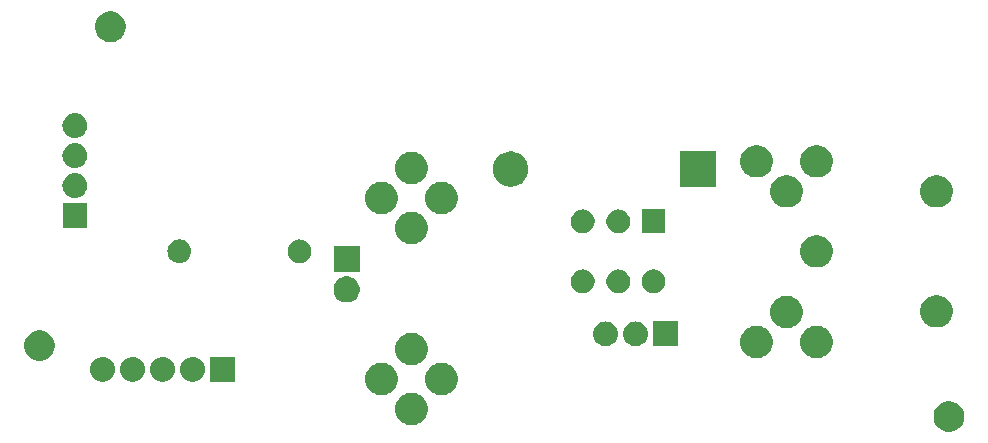
<source format=gbr>
G04 #@! TF.GenerationSoftware,KiCad,Pcbnew,(5.0.2)-1*
G04 #@! TF.CreationDate,2019-11-09T14:17:09+01:00*
G04 #@! TF.ProjectId,MPX_Alimentation,4d50585f-416c-4696-9d65-6e746174696f,v1.0*
G04 #@! TF.SameCoordinates,Original*
G04 #@! TF.FileFunction,Soldermask,Bot*
G04 #@! TF.FilePolarity,Negative*
%FSLAX46Y46*%
G04 Gerber Fmt 4.6, Leading zero omitted, Abs format (unit mm)*
G04 Created by KiCad (PCBNEW (5.0.2)-1) date 09/11/2019 14:17:09*
%MOMM*%
%LPD*%
G01*
G04 APERTURE LIST*
%ADD10C,0.100000*%
G04 APERTURE END LIST*
D10*
G36*
X186379196Y-105749958D02*
X186615780Y-105847954D01*
X186828705Y-105990226D01*
X187009774Y-106171295D01*
X187152046Y-106384220D01*
X187250042Y-106620804D01*
X187300000Y-106871960D01*
X187300000Y-107128040D01*
X187250042Y-107379196D01*
X187152046Y-107615780D01*
X187009774Y-107828705D01*
X186828705Y-108009774D01*
X186615780Y-108152046D01*
X186379196Y-108250042D01*
X186128040Y-108300000D01*
X185871960Y-108300000D01*
X185620804Y-108250042D01*
X185384220Y-108152046D01*
X185171295Y-108009774D01*
X184990226Y-107828705D01*
X184847954Y-107615780D01*
X184749958Y-107379196D01*
X184700000Y-107128040D01*
X184700000Y-106871960D01*
X184749958Y-106620804D01*
X184847954Y-106384220D01*
X184990226Y-106171295D01*
X185171295Y-105990226D01*
X185384220Y-105847954D01*
X185620804Y-105749958D01*
X185871960Y-105700000D01*
X186128040Y-105700000D01*
X186379196Y-105749958D01*
X186379196Y-105749958D01*
G37*
G36*
X140901072Y-105041840D02*
X141151304Y-105145489D01*
X141151307Y-105145491D01*
X141231389Y-105199000D01*
X141376515Y-105295971D01*
X141568029Y-105487485D01*
X141718511Y-105712696D01*
X141822160Y-105962928D01*
X141875000Y-106228573D01*
X141875000Y-106499427D01*
X141822160Y-106765072D01*
X141718511Y-107015304D01*
X141718509Y-107015307D01*
X141643184Y-107128039D01*
X141568029Y-107240515D01*
X141376515Y-107432029D01*
X141151304Y-107582511D01*
X140901072Y-107686160D01*
X140635427Y-107739000D01*
X140364573Y-107739000D01*
X140098928Y-107686160D01*
X139848696Y-107582511D01*
X139623485Y-107432029D01*
X139431971Y-107240515D01*
X139356817Y-107128039D01*
X139281491Y-107015307D01*
X139281489Y-107015304D01*
X139177840Y-106765072D01*
X139125000Y-106499427D01*
X139125000Y-106228573D01*
X139177840Y-105962928D01*
X139281489Y-105712696D01*
X139431971Y-105487485D01*
X139623485Y-105295971D01*
X139768612Y-105199000D01*
X139848693Y-105145491D01*
X139848696Y-105145489D01*
X140098928Y-105041840D01*
X140364573Y-104989000D01*
X140635427Y-104989000D01*
X140901072Y-105041840D01*
X140901072Y-105041840D01*
G37*
G36*
X143441072Y-102501840D02*
X143691304Y-102605489D01*
X143691307Y-102605491D01*
X143771389Y-102659000D01*
X143916515Y-102755971D01*
X144108029Y-102947485D01*
X144258511Y-103172696D01*
X144362160Y-103422928D01*
X144415000Y-103688573D01*
X144415000Y-103959427D01*
X144362160Y-104225072D01*
X144258511Y-104475304D01*
X144108029Y-104700515D01*
X143916515Y-104892029D01*
X143916512Y-104892031D01*
X143916511Y-104892032D01*
X143692308Y-105041840D01*
X143691304Y-105042511D01*
X143441072Y-105146160D01*
X143175427Y-105199000D01*
X142904573Y-105199000D01*
X142638928Y-105146160D01*
X142388696Y-105042511D01*
X142387692Y-105041840D01*
X142163489Y-104892032D01*
X142163488Y-104892031D01*
X142163485Y-104892029D01*
X141971971Y-104700515D01*
X141821489Y-104475304D01*
X141717840Y-104225072D01*
X141665000Y-103959427D01*
X141665000Y-103688573D01*
X141717840Y-103422928D01*
X141821489Y-103172696D01*
X141971971Y-102947485D01*
X142163485Y-102755971D01*
X142308612Y-102659000D01*
X142388693Y-102605491D01*
X142388696Y-102605489D01*
X142638928Y-102501840D01*
X142904573Y-102449000D01*
X143175427Y-102449000D01*
X143441072Y-102501840D01*
X143441072Y-102501840D01*
G37*
G36*
X138361072Y-102501840D02*
X138611304Y-102605489D01*
X138611307Y-102605491D01*
X138691389Y-102659000D01*
X138836515Y-102755971D01*
X139028029Y-102947485D01*
X139178511Y-103172696D01*
X139282160Y-103422928D01*
X139335000Y-103688573D01*
X139335000Y-103959427D01*
X139282160Y-104225072D01*
X139178511Y-104475304D01*
X139028029Y-104700515D01*
X138836515Y-104892029D01*
X138836512Y-104892031D01*
X138836511Y-104892032D01*
X138612308Y-105041840D01*
X138611304Y-105042511D01*
X138361072Y-105146160D01*
X138095427Y-105199000D01*
X137824573Y-105199000D01*
X137558928Y-105146160D01*
X137308696Y-105042511D01*
X137307692Y-105041840D01*
X137083489Y-104892032D01*
X137083488Y-104892031D01*
X137083485Y-104892029D01*
X136891971Y-104700515D01*
X136741489Y-104475304D01*
X136637840Y-104225072D01*
X136585000Y-103959427D01*
X136585000Y-103688573D01*
X136637840Y-103422928D01*
X136741489Y-103172696D01*
X136891971Y-102947485D01*
X137083485Y-102755971D01*
X137228612Y-102659000D01*
X137308693Y-102605491D01*
X137308696Y-102605489D01*
X137558928Y-102501840D01*
X137824573Y-102449000D01*
X138095427Y-102449000D01*
X138361072Y-102501840D01*
X138361072Y-102501840D01*
G37*
G36*
X122088707Y-101957596D02*
X122165836Y-101965193D01*
X122297787Y-102005220D01*
X122363763Y-102025233D01*
X122546172Y-102122733D01*
X122706054Y-102253946D01*
X122837267Y-102413828D01*
X122934767Y-102596237D01*
X122937777Y-102606160D01*
X122994807Y-102794164D01*
X123015080Y-103000000D01*
X122994807Y-103205836D01*
X122954780Y-103337787D01*
X122934767Y-103403763D01*
X122837267Y-103586172D01*
X122706054Y-103746054D01*
X122546172Y-103877267D01*
X122363763Y-103974767D01*
X122297787Y-103994780D01*
X122165836Y-104034807D01*
X122088707Y-104042403D01*
X122011580Y-104050000D01*
X121908420Y-104050000D01*
X121831293Y-104042404D01*
X121754164Y-104034807D01*
X121622213Y-103994780D01*
X121556237Y-103974767D01*
X121373828Y-103877267D01*
X121213946Y-103746054D01*
X121082733Y-103586172D01*
X120985233Y-103403763D01*
X120965220Y-103337787D01*
X120925193Y-103205836D01*
X120904920Y-103000000D01*
X120925193Y-102794164D01*
X120982223Y-102606160D01*
X120985233Y-102596237D01*
X121082733Y-102413828D01*
X121213946Y-102253946D01*
X121373828Y-102122733D01*
X121556237Y-102025233D01*
X121622213Y-102005220D01*
X121754164Y-101965193D01*
X121831293Y-101957596D01*
X121908420Y-101950000D01*
X122011580Y-101950000D01*
X122088707Y-101957596D01*
X122088707Y-101957596D01*
G37*
G36*
X125550000Y-104050000D02*
X123450000Y-104050000D01*
X123450000Y-101950000D01*
X125550000Y-101950000D01*
X125550000Y-104050000D01*
X125550000Y-104050000D01*
G37*
G36*
X119548707Y-101957596D02*
X119625836Y-101965193D01*
X119757787Y-102005220D01*
X119823763Y-102025233D01*
X120006172Y-102122733D01*
X120166054Y-102253946D01*
X120297267Y-102413828D01*
X120394767Y-102596237D01*
X120397777Y-102606160D01*
X120454807Y-102794164D01*
X120475080Y-103000000D01*
X120454807Y-103205836D01*
X120414780Y-103337787D01*
X120394767Y-103403763D01*
X120297267Y-103586172D01*
X120166054Y-103746054D01*
X120006172Y-103877267D01*
X119823763Y-103974767D01*
X119757787Y-103994780D01*
X119625836Y-104034807D01*
X119548707Y-104042403D01*
X119471580Y-104050000D01*
X119368420Y-104050000D01*
X119291293Y-104042404D01*
X119214164Y-104034807D01*
X119082213Y-103994780D01*
X119016237Y-103974767D01*
X118833828Y-103877267D01*
X118673946Y-103746054D01*
X118542733Y-103586172D01*
X118445233Y-103403763D01*
X118425220Y-103337787D01*
X118385193Y-103205836D01*
X118364920Y-103000000D01*
X118385193Y-102794164D01*
X118442223Y-102606160D01*
X118445233Y-102596237D01*
X118542733Y-102413828D01*
X118673946Y-102253946D01*
X118833828Y-102122733D01*
X119016237Y-102025233D01*
X119082213Y-102005220D01*
X119214164Y-101965193D01*
X119291293Y-101957596D01*
X119368420Y-101950000D01*
X119471580Y-101950000D01*
X119548707Y-101957596D01*
X119548707Y-101957596D01*
G37*
G36*
X117008707Y-101957596D02*
X117085836Y-101965193D01*
X117217787Y-102005220D01*
X117283763Y-102025233D01*
X117466172Y-102122733D01*
X117626054Y-102253946D01*
X117757267Y-102413828D01*
X117854767Y-102596237D01*
X117857777Y-102606160D01*
X117914807Y-102794164D01*
X117935080Y-103000000D01*
X117914807Y-103205836D01*
X117874780Y-103337787D01*
X117854767Y-103403763D01*
X117757267Y-103586172D01*
X117626054Y-103746054D01*
X117466172Y-103877267D01*
X117283763Y-103974767D01*
X117217787Y-103994780D01*
X117085836Y-104034807D01*
X117008707Y-104042403D01*
X116931580Y-104050000D01*
X116828420Y-104050000D01*
X116751293Y-104042404D01*
X116674164Y-104034807D01*
X116542213Y-103994780D01*
X116476237Y-103974767D01*
X116293828Y-103877267D01*
X116133946Y-103746054D01*
X116002733Y-103586172D01*
X115905233Y-103403763D01*
X115885220Y-103337787D01*
X115845193Y-103205836D01*
X115824920Y-103000000D01*
X115845193Y-102794164D01*
X115902223Y-102606160D01*
X115905233Y-102596237D01*
X116002733Y-102413828D01*
X116133946Y-102253946D01*
X116293828Y-102122733D01*
X116476237Y-102025233D01*
X116542213Y-102005220D01*
X116674164Y-101965193D01*
X116751293Y-101957596D01*
X116828420Y-101950000D01*
X116931580Y-101950000D01*
X117008707Y-101957596D01*
X117008707Y-101957596D01*
G37*
G36*
X114468707Y-101957596D02*
X114545836Y-101965193D01*
X114677787Y-102005220D01*
X114743763Y-102025233D01*
X114926172Y-102122733D01*
X115086054Y-102253946D01*
X115217267Y-102413828D01*
X115314767Y-102596237D01*
X115317777Y-102606160D01*
X115374807Y-102794164D01*
X115395080Y-103000000D01*
X115374807Y-103205836D01*
X115334780Y-103337787D01*
X115314767Y-103403763D01*
X115217267Y-103586172D01*
X115086054Y-103746054D01*
X114926172Y-103877267D01*
X114743763Y-103974767D01*
X114677787Y-103994780D01*
X114545836Y-104034807D01*
X114468707Y-104042403D01*
X114391580Y-104050000D01*
X114288420Y-104050000D01*
X114211293Y-104042404D01*
X114134164Y-104034807D01*
X114002213Y-103994780D01*
X113936237Y-103974767D01*
X113753828Y-103877267D01*
X113593946Y-103746054D01*
X113462733Y-103586172D01*
X113365233Y-103403763D01*
X113345220Y-103337787D01*
X113305193Y-103205836D01*
X113284920Y-103000000D01*
X113305193Y-102794164D01*
X113362223Y-102606160D01*
X113365233Y-102596237D01*
X113462733Y-102413828D01*
X113593946Y-102253946D01*
X113753828Y-102122733D01*
X113936237Y-102025233D01*
X114002213Y-102005220D01*
X114134164Y-101965193D01*
X114211293Y-101957596D01*
X114288420Y-101950000D01*
X114391580Y-101950000D01*
X114468707Y-101957596D01*
X114468707Y-101957596D01*
G37*
G36*
X140901072Y-99961840D02*
X141151304Y-100065489D01*
X141151307Y-100065491D01*
X141309658Y-100171298D01*
X141376515Y-100215971D01*
X141568029Y-100407485D01*
X141568031Y-100407488D01*
X141568032Y-100407489D01*
X141710565Y-100620804D01*
X141718511Y-100632696D01*
X141822160Y-100882928D01*
X141875000Y-101148573D01*
X141875000Y-101419427D01*
X141822160Y-101685072D01*
X141718511Y-101935304D01*
X141718509Y-101935307D01*
X141593275Y-102122733D01*
X141568029Y-102160515D01*
X141376515Y-102352029D01*
X141376512Y-102352031D01*
X141376511Y-102352032D01*
X141152308Y-102501840D01*
X141151304Y-102502511D01*
X140901072Y-102606160D01*
X140635427Y-102659000D01*
X140364573Y-102659000D01*
X140098928Y-102606160D01*
X139848696Y-102502511D01*
X139847692Y-102501840D01*
X139623489Y-102352032D01*
X139623488Y-102352031D01*
X139623485Y-102352029D01*
X139431971Y-102160515D01*
X139406726Y-102122733D01*
X139281491Y-101935307D01*
X139281489Y-101935304D01*
X139177840Y-101685072D01*
X139125000Y-101419427D01*
X139125000Y-101148573D01*
X139177840Y-100882928D01*
X139281489Y-100632696D01*
X139289435Y-100620804D01*
X139431968Y-100407489D01*
X139431969Y-100407488D01*
X139431971Y-100407485D01*
X139623485Y-100215971D01*
X139690343Y-100171298D01*
X139848693Y-100065491D01*
X139848696Y-100065489D01*
X140098928Y-99961840D01*
X140364573Y-99909000D01*
X140635427Y-99909000D01*
X140901072Y-99961840D01*
X140901072Y-99961840D01*
G37*
G36*
X109379196Y-99749958D02*
X109615780Y-99847954D01*
X109828705Y-99990226D01*
X110009774Y-100171295D01*
X110152046Y-100384220D01*
X110250042Y-100620804D01*
X110300000Y-100871960D01*
X110300000Y-101128040D01*
X110250042Y-101379196D01*
X110152046Y-101615780D01*
X110009774Y-101828705D01*
X109828705Y-102009774D01*
X109615780Y-102152046D01*
X109379196Y-102250042D01*
X109128040Y-102300000D01*
X108871960Y-102300000D01*
X108620804Y-102250042D01*
X108384220Y-102152046D01*
X108171295Y-102009774D01*
X107990226Y-101828705D01*
X107847954Y-101615780D01*
X107749958Y-101379196D01*
X107700000Y-101128040D01*
X107700000Y-100871960D01*
X107749958Y-100620804D01*
X107847954Y-100384220D01*
X107990226Y-100171295D01*
X108171295Y-99990226D01*
X108384220Y-99847954D01*
X108620804Y-99749958D01*
X108871960Y-99700000D01*
X109128040Y-99700000D01*
X109379196Y-99749958D01*
X109379196Y-99749958D01*
G37*
G36*
X170121072Y-99377840D02*
X170371304Y-99481489D01*
X170371307Y-99481491D01*
X170451389Y-99535000D01*
X170596515Y-99631971D01*
X170788029Y-99823485D01*
X170788031Y-99823488D01*
X170788032Y-99823489D01*
X170845169Y-99909000D01*
X170938511Y-100048696D01*
X171042160Y-100298928D01*
X171095000Y-100564573D01*
X171095000Y-100835427D01*
X171042160Y-101101072D01*
X170938511Y-101351304D01*
X170938509Y-101351307D01*
X170892993Y-101419427D01*
X170788029Y-101576515D01*
X170596515Y-101768029D01*
X170596512Y-101768031D01*
X170596511Y-101768032D01*
X170371307Y-101918509D01*
X170371304Y-101918511D01*
X170121072Y-102022160D01*
X169855427Y-102075000D01*
X169584573Y-102075000D01*
X169318928Y-102022160D01*
X169068696Y-101918511D01*
X169068693Y-101918509D01*
X168843489Y-101768032D01*
X168843488Y-101768031D01*
X168843485Y-101768029D01*
X168651971Y-101576515D01*
X168547008Y-101419427D01*
X168501491Y-101351307D01*
X168501489Y-101351304D01*
X168397840Y-101101072D01*
X168345000Y-100835427D01*
X168345000Y-100564573D01*
X168397840Y-100298928D01*
X168501489Y-100048696D01*
X168594831Y-99909000D01*
X168651968Y-99823489D01*
X168651969Y-99823488D01*
X168651971Y-99823485D01*
X168843485Y-99631971D01*
X168988612Y-99535000D01*
X169068693Y-99481491D01*
X169068696Y-99481489D01*
X169318928Y-99377840D01*
X169584573Y-99325000D01*
X169855427Y-99325000D01*
X170121072Y-99377840D01*
X170121072Y-99377840D01*
G37*
G36*
X175201072Y-99377840D02*
X175451304Y-99481489D01*
X175451307Y-99481491D01*
X175531389Y-99535000D01*
X175676515Y-99631971D01*
X175868029Y-99823485D01*
X175868031Y-99823488D01*
X175868032Y-99823489D01*
X175925169Y-99909000D01*
X176018511Y-100048696D01*
X176122160Y-100298928D01*
X176175000Y-100564573D01*
X176175000Y-100835427D01*
X176122160Y-101101072D01*
X176018511Y-101351304D01*
X176018509Y-101351307D01*
X175972993Y-101419427D01*
X175868029Y-101576515D01*
X175676515Y-101768029D01*
X175676512Y-101768031D01*
X175676511Y-101768032D01*
X175451307Y-101918509D01*
X175451304Y-101918511D01*
X175201072Y-102022160D01*
X174935427Y-102075000D01*
X174664573Y-102075000D01*
X174398928Y-102022160D01*
X174148696Y-101918511D01*
X174148693Y-101918509D01*
X173923489Y-101768032D01*
X173923488Y-101768031D01*
X173923485Y-101768029D01*
X173731971Y-101576515D01*
X173627008Y-101419427D01*
X173581491Y-101351307D01*
X173581489Y-101351304D01*
X173477840Y-101101072D01*
X173425000Y-100835427D01*
X173425000Y-100564573D01*
X173477840Y-100298928D01*
X173581489Y-100048696D01*
X173674831Y-99909000D01*
X173731968Y-99823489D01*
X173731969Y-99823488D01*
X173731971Y-99823485D01*
X173923485Y-99631971D01*
X174068612Y-99535000D01*
X174148693Y-99481491D01*
X174148696Y-99481489D01*
X174398928Y-99377840D01*
X174664573Y-99325000D01*
X174935427Y-99325000D01*
X175201072Y-99377840D01*
X175201072Y-99377840D01*
G37*
G36*
X163050000Y-101050000D02*
X160950000Y-101050000D01*
X160950000Y-98950000D01*
X163050000Y-98950000D01*
X163050000Y-101050000D01*
X163050000Y-101050000D01*
G37*
G36*
X159588707Y-98957597D02*
X159665836Y-98965193D01*
X159797787Y-99005220D01*
X159863763Y-99025233D01*
X160046172Y-99122733D01*
X160206054Y-99253946D01*
X160337267Y-99413828D01*
X160434767Y-99596237D01*
X160454780Y-99662213D01*
X160494807Y-99794164D01*
X160515080Y-100000000D01*
X160494807Y-100205836D01*
X160466568Y-100298927D01*
X160434767Y-100403763D01*
X160337267Y-100586172D01*
X160206054Y-100746054D01*
X160046172Y-100877267D01*
X159863763Y-100974767D01*
X159797787Y-100994780D01*
X159665836Y-101034807D01*
X159588707Y-101042403D01*
X159511580Y-101050000D01*
X159408420Y-101050000D01*
X159331293Y-101042403D01*
X159254164Y-101034807D01*
X159122213Y-100994780D01*
X159056237Y-100974767D01*
X158873828Y-100877267D01*
X158713946Y-100746054D01*
X158582733Y-100586172D01*
X158485233Y-100403763D01*
X158453432Y-100298927D01*
X158425193Y-100205836D01*
X158404920Y-100000000D01*
X158425193Y-99794164D01*
X158465220Y-99662213D01*
X158485233Y-99596237D01*
X158582733Y-99413828D01*
X158713946Y-99253946D01*
X158873828Y-99122733D01*
X159056237Y-99025233D01*
X159122213Y-99005220D01*
X159254164Y-98965193D01*
X159331293Y-98957596D01*
X159408420Y-98950000D01*
X159511580Y-98950000D01*
X159588707Y-98957597D01*
X159588707Y-98957597D01*
G37*
G36*
X157048707Y-98957597D02*
X157125836Y-98965193D01*
X157257787Y-99005220D01*
X157323763Y-99025233D01*
X157506172Y-99122733D01*
X157666054Y-99253946D01*
X157797267Y-99413828D01*
X157894767Y-99596237D01*
X157914780Y-99662213D01*
X157954807Y-99794164D01*
X157975080Y-100000000D01*
X157954807Y-100205836D01*
X157926568Y-100298927D01*
X157894767Y-100403763D01*
X157797267Y-100586172D01*
X157666054Y-100746054D01*
X157506172Y-100877267D01*
X157323763Y-100974767D01*
X157257787Y-100994780D01*
X157125836Y-101034807D01*
X157048707Y-101042403D01*
X156971580Y-101050000D01*
X156868420Y-101050000D01*
X156791293Y-101042403D01*
X156714164Y-101034807D01*
X156582213Y-100994780D01*
X156516237Y-100974767D01*
X156333828Y-100877267D01*
X156173946Y-100746054D01*
X156042733Y-100586172D01*
X155945233Y-100403763D01*
X155913432Y-100298927D01*
X155885193Y-100205836D01*
X155864920Y-100000000D01*
X155885193Y-99794164D01*
X155925220Y-99662213D01*
X155945233Y-99596237D01*
X156042733Y-99413828D01*
X156173946Y-99253946D01*
X156333828Y-99122733D01*
X156516237Y-99025233D01*
X156582213Y-99005220D01*
X156714164Y-98965193D01*
X156791293Y-98957596D01*
X156868420Y-98950000D01*
X156971580Y-98950000D01*
X157048707Y-98957597D01*
X157048707Y-98957597D01*
G37*
G36*
X172661072Y-96837840D02*
X172911304Y-96941489D01*
X173136515Y-97091971D01*
X173328029Y-97283485D01*
X173328031Y-97283488D01*
X173328032Y-97283489D01*
X173478509Y-97508693D01*
X173478511Y-97508696D01*
X173582160Y-97758928D01*
X173635000Y-98024573D01*
X173635000Y-98295427D01*
X173582160Y-98561072D01*
X173478511Y-98811304D01*
X173478509Y-98811307D01*
X173335568Y-99025233D01*
X173328029Y-99036515D01*
X173136515Y-99228029D01*
X173136512Y-99228031D01*
X173136511Y-99228032D01*
X172912308Y-99377840D01*
X172911304Y-99378511D01*
X172661072Y-99482160D01*
X172395427Y-99535000D01*
X172124573Y-99535000D01*
X171858928Y-99482160D01*
X171608696Y-99378511D01*
X171607692Y-99377840D01*
X171383489Y-99228032D01*
X171383488Y-99228031D01*
X171383485Y-99228029D01*
X171191971Y-99036515D01*
X171184433Y-99025233D01*
X171041491Y-98811307D01*
X171041489Y-98811304D01*
X170937840Y-98561072D01*
X170885000Y-98295427D01*
X170885000Y-98024573D01*
X170937840Y-97758928D01*
X171041489Y-97508696D01*
X171041491Y-97508693D01*
X171191968Y-97283489D01*
X171191969Y-97283488D01*
X171191971Y-97283485D01*
X171383485Y-97091971D01*
X171608696Y-96941489D01*
X171858928Y-96837840D01*
X172124573Y-96785000D01*
X172395427Y-96785000D01*
X172661072Y-96837840D01*
X172661072Y-96837840D01*
G37*
G36*
X185361072Y-96757840D02*
X185611304Y-96861489D01*
X185836515Y-97011971D01*
X186028029Y-97203485D01*
X186028031Y-97203488D01*
X186028032Y-97203489D01*
X186081484Y-97283485D01*
X186178511Y-97428696D01*
X186282160Y-97678928D01*
X186335000Y-97944573D01*
X186335000Y-98215427D01*
X186282160Y-98481072D01*
X186178511Y-98731304D01*
X186178509Y-98731307D01*
X186032383Y-98950000D01*
X186028029Y-98956515D01*
X185836515Y-99148029D01*
X185611304Y-99298511D01*
X185361072Y-99402160D01*
X185095427Y-99455000D01*
X184824573Y-99455000D01*
X184558928Y-99402160D01*
X184308696Y-99298511D01*
X184083485Y-99148029D01*
X183891971Y-98956515D01*
X183887618Y-98950000D01*
X183741491Y-98731307D01*
X183741489Y-98731304D01*
X183637840Y-98481072D01*
X183585000Y-98215427D01*
X183585000Y-97944573D01*
X183637840Y-97678928D01*
X183741489Y-97428696D01*
X183838516Y-97283485D01*
X183891968Y-97203489D01*
X183891969Y-97203488D01*
X183891971Y-97203485D01*
X184083485Y-97011971D01*
X184308696Y-96861489D01*
X184558928Y-96757840D01*
X184824573Y-96705000D01*
X185095427Y-96705000D01*
X185361072Y-96757840D01*
X185361072Y-96757840D01*
G37*
G36*
X135320857Y-95182272D02*
X135521042Y-95265191D01*
X135701213Y-95385578D01*
X135854422Y-95538787D01*
X135854424Y-95538790D01*
X135854425Y-95538791D01*
X135921044Y-95638493D01*
X135974809Y-95718958D01*
X136057728Y-95919143D01*
X136100000Y-96131658D01*
X136100000Y-96348342D01*
X136057728Y-96560857D01*
X135974809Y-96761042D01*
X135854422Y-96941213D01*
X135701213Y-97094422D01*
X135701210Y-97094424D01*
X135701209Y-97094425D01*
X135521045Y-97214807D01*
X135521042Y-97214809D01*
X135320857Y-97297728D01*
X135108342Y-97340000D01*
X134891658Y-97340000D01*
X134679143Y-97297728D01*
X134478958Y-97214809D01*
X134478955Y-97214807D01*
X134298791Y-97094425D01*
X134298790Y-97094424D01*
X134298787Y-97094422D01*
X134145578Y-96941213D01*
X134025191Y-96761042D01*
X133942272Y-96560857D01*
X133900000Y-96348342D01*
X133900000Y-96131658D01*
X133942272Y-95919143D01*
X134025191Y-95718958D01*
X134078956Y-95638493D01*
X134145575Y-95538791D01*
X134145576Y-95538790D01*
X134145578Y-95538787D01*
X134298787Y-95385578D01*
X134478958Y-95265191D01*
X134679143Y-95182272D01*
X134891658Y-95140000D01*
X135108342Y-95140000D01*
X135320857Y-95182272D01*
X135320857Y-95182272D01*
G37*
G36*
X161175770Y-94555372D02*
X161291689Y-94578429D01*
X161473678Y-94653811D01*
X161637463Y-94763249D01*
X161776751Y-94902537D01*
X161886189Y-95066322D01*
X161961571Y-95248311D01*
X162000000Y-95441509D01*
X162000000Y-95638491D01*
X161961571Y-95831689D01*
X161886189Y-96013678D01*
X161776751Y-96177463D01*
X161637463Y-96316751D01*
X161473678Y-96426189D01*
X161291689Y-96501571D01*
X161175770Y-96524628D01*
X161098493Y-96540000D01*
X160901507Y-96540000D01*
X160824230Y-96524628D01*
X160708311Y-96501571D01*
X160526322Y-96426189D01*
X160362537Y-96316751D01*
X160223249Y-96177463D01*
X160113811Y-96013678D01*
X160038429Y-95831689D01*
X160000000Y-95638491D01*
X160000000Y-95441509D01*
X160038429Y-95248311D01*
X160113811Y-95066322D01*
X160223249Y-94902537D01*
X160362537Y-94763249D01*
X160526322Y-94653811D01*
X160708311Y-94578429D01*
X160824230Y-94555372D01*
X160901507Y-94540000D01*
X161098493Y-94540000D01*
X161175770Y-94555372D01*
X161175770Y-94555372D01*
G37*
G36*
X158175770Y-94555372D02*
X158291689Y-94578429D01*
X158473678Y-94653811D01*
X158637463Y-94763249D01*
X158776751Y-94902537D01*
X158886189Y-95066322D01*
X158961571Y-95248311D01*
X159000000Y-95441509D01*
X159000000Y-95638491D01*
X158961571Y-95831689D01*
X158886189Y-96013678D01*
X158776751Y-96177463D01*
X158637463Y-96316751D01*
X158473678Y-96426189D01*
X158291689Y-96501571D01*
X158175770Y-96524628D01*
X158098493Y-96540000D01*
X157901507Y-96540000D01*
X157824230Y-96524628D01*
X157708311Y-96501571D01*
X157526322Y-96426189D01*
X157362537Y-96316751D01*
X157223249Y-96177463D01*
X157113811Y-96013678D01*
X157038429Y-95831689D01*
X157000000Y-95638491D01*
X157000000Y-95441509D01*
X157038429Y-95248311D01*
X157113811Y-95066322D01*
X157223249Y-94902537D01*
X157362537Y-94763249D01*
X157526322Y-94653811D01*
X157708311Y-94578429D01*
X157824230Y-94555372D01*
X157901507Y-94540000D01*
X158098493Y-94540000D01*
X158175770Y-94555372D01*
X158175770Y-94555372D01*
G37*
G36*
X155175770Y-94555372D02*
X155291689Y-94578429D01*
X155473678Y-94653811D01*
X155637463Y-94763249D01*
X155776751Y-94902537D01*
X155886189Y-95066322D01*
X155961571Y-95248311D01*
X156000000Y-95441509D01*
X156000000Y-95638491D01*
X155961571Y-95831689D01*
X155886189Y-96013678D01*
X155776751Y-96177463D01*
X155637463Y-96316751D01*
X155473678Y-96426189D01*
X155291689Y-96501571D01*
X155175770Y-96524628D01*
X155098493Y-96540000D01*
X154901507Y-96540000D01*
X154824230Y-96524628D01*
X154708311Y-96501571D01*
X154526322Y-96426189D01*
X154362537Y-96316751D01*
X154223249Y-96177463D01*
X154113811Y-96013678D01*
X154038429Y-95831689D01*
X154000000Y-95638491D01*
X154000000Y-95441509D01*
X154038429Y-95248311D01*
X154113811Y-95066322D01*
X154223249Y-94902537D01*
X154362537Y-94763249D01*
X154526322Y-94653811D01*
X154708311Y-94578429D01*
X154824230Y-94555372D01*
X154901507Y-94540000D01*
X155098493Y-94540000D01*
X155175770Y-94555372D01*
X155175770Y-94555372D01*
G37*
G36*
X136100000Y-94800000D02*
X133900000Y-94800000D01*
X133900000Y-92600000D01*
X136100000Y-92600000D01*
X136100000Y-94800000D01*
X136100000Y-94800000D01*
G37*
G36*
X175201072Y-91677840D02*
X175451304Y-91781489D01*
X175676515Y-91931971D01*
X175868029Y-92123485D01*
X175868031Y-92123488D01*
X175868032Y-92123489D01*
X175960924Y-92262511D01*
X176018511Y-92348696D01*
X176122160Y-92598928D01*
X176175000Y-92864573D01*
X176175000Y-93135427D01*
X176122160Y-93401072D01*
X176018511Y-93651304D01*
X175868029Y-93876515D01*
X175676515Y-94068029D01*
X175451304Y-94218511D01*
X175201072Y-94322160D01*
X174935427Y-94375000D01*
X174664573Y-94375000D01*
X174398928Y-94322160D01*
X174148696Y-94218511D01*
X173923485Y-94068029D01*
X173731971Y-93876515D01*
X173581489Y-93651304D01*
X173477840Y-93401072D01*
X173425000Y-93135427D01*
X173425000Y-92864573D01*
X173477840Y-92598928D01*
X173581489Y-92348696D01*
X173639076Y-92262511D01*
X173731968Y-92123489D01*
X173731969Y-92123488D01*
X173731971Y-92123485D01*
X173923485Y-91931971D01*
X174148696Y-91781489D01*
X174398928Y-91677840D01*
X174664573Y-91625000D01*
X174935427Y-91625000D01*
X175201072Y-91677840D01*
X175201072Y-91677840D01*
G37*
G36*
X131175770Y-92015372D02*
X131291689Y-92038429D01*
X131473678Y-92113811D01*
X131637463Y-92223249D01*
X131776751Y-92362537D01*
X131886189Y-92526322D01*
X131961571Y-92708311D01*
X132000000Y-92901509D01*
X132000000Y-93098491D01*
X131961571Y-93291689D01*
X131886189Y-93473678D01*
X131776751Y-93637463D01*
X131637463Y-93776751D01*
X131473678Y-93886189D01*
X131291689Y-93961571D01*
X131175770Y-93984628D01*
X131098493Y-94000000D01*
X130901507Y-94000000D01*
X130824230Y-93984628D01*
X130708311Y-93961571D01*
X130526322Y-93886189D01*
X130362537Y-93776751D01*
X130223249Y-93637463D01*
X130113811Y-93473678D01*
X130038429Y-93291689D01*
X130000000Y-93098491D01*
X130000000Y-92901509D01*
X130038429Y-92708311D01*
X130113811Y-92526322D01*
X130223249Y-92362537D01*
X130362537Y-92223249D01*
X130526322Y-92113811D01*
X130708311Y-92038429D01*
X130824230Y-92015372D01*
X130901507Y-92000000D01*
X131098493Y-92000000D01*
X131175770Y-92015372D01*
X131175770Y-92015372D01*
G37*
G36*
X121036030Y-92014469D02*
X121036033Y-92014470D01*
X121036034Y-92014470D01*
X121224535Y-92071651D01*
X121224537Y-92071652D01*
X121398260Y-92164509D01*
X121550528Y-92289472D01*
X121675491Y-92441740D01*
X121768348Y-92615463D01*
X121825531Y-92803970D01*
X121844838Y-93000000D01*
X121825531Y-93196030D01*
X121768348Y-93384537D01*
X121675491Y-93558260D01*
X121550528Y-93710528D01*
X121398260Y-93835491D01*
X121303411Y-93886189D01*
X121224535Y-93928349D01*
X121036034Y-93985530D01*
X121036033Y-93985530D01*
X121036030Y-93985531D01*
X120889124Y-94000000D01*
X120790876Y-94000000D01*
X120643970Y-93985531D01*
X120643967Y-93985530D01*
X120643966Y-93985530D01*
X120455465Y-93928349D01*
X120376589Y-93886189D01*
X120281740Y-93835491D01*
X120129472Y-93710528D01*
X120004509Y-93558260D01*
X119911652Y-93384537D01*
X119854469Y-93196030D01*
X119835162Y-93000000D01*
X119854469Y-92803970D01*
X119911652Y-92615463D01*
X120004509Y-92441740D01*
X120129472Y-92289472D01*
X120281740Y-92164509D01*
X120455463Y-92071652D01*
X120455465Y-92071651D01*
X120643966Y-92014470D01*
X120643967Y-92014470D01*
X120643970Y-92014469D01*
X120790876Y-92000000D01*
X120889124Y-92000000D01*
X121036030Y-92014469D01*
X121036030Y-92014469D01*
G37*
G36*
X140901072Y-89721840D02*
X141151304Y-89825489D01*
X141151307Y-89825491D01*
X141231389Y-89879000D01*
X141376515Y-89975971D01*
X141568029Y-90167485D01*
X141718511Y-90392696D01*
X141822160Y-90642928D01*
X141875000Y-90908573D01*
X141875000Y-91179427D01*
X141822160Y-91445072D01*
X141718511Y-91695304D01*
X141718509Y-91695307D01*
X141660923Y-91781491D01*
X141568029Y-91920515D01*
X141376515Y-92112029D01*
X141376512Y-92112031D01*
X141376511Y-92112032D01*
X141151307Y-92262509D01*
X141151304Y-92262511D01*
X140901072Y-92366160D01*
X140635427Y-92419000D01*
X140364573Y-92419000D01*
X140098928Y-92366160D01*
X139848696Y-92262511D01*
X139848693Y-92262509D01*
X139623489Y-92112032D01*
X139623488Y-92112031D01*
X139623485Y-92112029D01*
X139431971Y-91920515D01*
X139339078Y-91781491D01*
X139281491Y-91695307D01*
X139281489Y-91695304D01*
X139177840Y-91445072D01*
X139125000Y-91179427D01*
X139125000Y-90908573D01*
X139177840Y-90642928D01*
X139281489Y-90392696D01*
X139431971Y-90167485D01*
X139623485Y-89975971D01*
X139768612Y-89879000D01*
X139848693Y-89825491D01*
X139848696Y-89825489D01*
X140098928Y-89721840D01*
X140364573Y-89669000D01*
X140635427Y-89669000D01*
X140901072Y-89721840D01*
X140901072Y-89721840D01*
G37*
G36*
X158175770Y-89475372D02*
X158291689Y-89498429D01*
X158473678Y-89573811D01*
X158637463Y-89683249D01*
X158776751Y-89822537D01*
X158886189Y-89986322D01*
X158961571Y-90168311D01*
X159000000Y-90361509D01*
X159000000Y-90558491D01*
X158961571Y-90751689D01*
X158886189Y-90933678D01*
X158776751Y-91097463D01*
X158637463Y-91236751D01*
X158473678Y-91346189D01*
X158291689Y-91421571D01*
X158175770Y-91444628D01*
X158098493Y-91460000D01*
X157901507Y-91460000D01*
X157824230Y-91444628D01*
X157708311Y-91421571D01*
X157526322Y-91346189D01*
X157362537Y-91236751D01*
X157223249Y-91097463D01*
X157113811Y-90933678D01*
X157038429Y-90751689D01*
X157000000Y-90558491D01*
X157000000Y-90361509D01*
X157038429Y-90168311D01*
X157113811Y-89986322D01*
X157223249Y-89822537D01*
X157362537Y-89683249D01*
X157526322Y-89573811D01*
X157708311Y-89498429D01*
X157824230Y-89475372D01*
X157901507Y-89460000D01*
X158098493Y-89460000D01*
X158175770Y-89475372D01*
X158175770Y-89475372D01*
G37*
G36*
X162000000Y-91460000D02*
X160000000Y-91460000D01*
X160000000Y-89460000D01*
X162000000Y-89460000D01*
X162000000Y-91460000D01*
X162000000Y-91460000D01*
G37*
G36*
X155175770Y-89475372D02*
X155291689Y-89498429D01*
X155473678Y-89573811D01*
X155637463Y-89683249D01*
X155776751Y-89822537D01*
X155886189Y-89986322D01*
X155961571Y-90168311D01*
X156000000Y-90361509D01*
X156000000Y-90558491D01*
X155961571Y-90751689D01*
X155886189Y-90933678D01*
X155776751Y-91097463D01*
X155637463Y-91236751D01*
X155473678Y-91346189D01*
X155291689Y-91421571D01*
X155175770Y-91444628D01*
X155098493Y-91460000D01*
X154901507Y-91460000D01*
X154824230Y-91444628D01*
X154708311Y-91421571D01*
X154526322Y-91346189D01*
X154362537Y-91236751D01*
X154223249Y-91097463D01*
X154113811Y-90933678D01*
X154038429Y-90751689D01*
X154000000Y-90558491D01*
X154000000Y-90361509D01*
X154038429Y-90168311D01*
X154113811Y-89986322D01*
X154223249Y-89822537D01*
X154362537Y-89683249D01*
X154526322Y-89573811D01*
X154708311Y-89498429D01*
X154824230Y-89475372D01*
X154901507Y-89460000D01*
X155098493Y-89460000D01*
X155175770Y-89475372D01*
X155175770Y-89475372D01*
G37*
G36*
X113050000Y-91050000D02*
X110950000Y-91050000D01*
X110950000Y-88950000D01*
X113050000Y-88950000D01*
X113050000Y-91050000D01*
X113050000Y-91050000D01*
G37*
G36*
X138361072Y-87181840D02*
X138611304Y-87285489D01*
X138611307Y-87285491D01*
X138691389Y-87339000D01*
X138836515Y-87435971D01*
X139028029Y-87627485D01*
X139028031Y-87627488D01*
X139028032Y-87627489D01*
X139132993Y-87784574D01*
X139178511Y-87852696D01*
X139282160Y-88102928D01*
X139335000Y-88368573D01*
X139335000Y-88639427D01*
X139282160Y-88905072D01*
X139178511Y-89155304D01*
X139028029Y-89380515D01*
X138836515Y-89572029D01*
X138836512Y-89572031D01*
X138836511Y-89572032D01*
X138612308Y-89721840D01*
X138611304Y-89722511D01*
X138361072Y-89826160D01*
X138095427Y-89879000D01*
X137824573Y-89879000D01*
X137558928Y-89826160D01*
X137308696Y-89722511D01*
X137307692Y-89721840D01*
X137083489Y-89572032D01*
X137083488Y-89572031D01*
X137083485Y-89572029D01*
X136891971Y-89380515D01*
X136741489Y-89155304D01*
X136637840Y-88905072D01*
X136585000Y-88639427D01*
X136585000Y-88368573D01*
X136637840Y-88102928D01*
X136741489Y-87852696D01*
X136787007Y-87784574D01*
X136891968Y-87627489D01*
X136891969Y-87627488D01*
X136891971Y-87627485D01*
X137083485Y-87435971D01*
X137228612Y-87339000D01*
X137308693Y-87285491D01*
X137308696Y-87285489D01*
X137558928Y-87181840D01*
X137824573Y-87129000D01*
X138095427Y-87129000D01*
X138361072Y-87181840D01*
X138361072Y-87181840D01*
G37*
G36*
X143441072Y-87181840D02*
X143691304Y-87285489D01*
X143691307Y-87285491D01*
X143771389Y-87339000D01*
X143916515Y-87435971D01*
X144108029Y-87627485D01*
X144108031Y-87627488D01*
X144108032Y-87627489D01*
X144212993Y-87784574D01*
X144258511Y-87852696D01*
X144362160Y-88102928D01*
X144415000Y-88368573D01*
X144415000Y-88639427D01*
X144362160Y-88905072D01*
X144258511Y-89155304D01*
X144108029Y-89380515D01*
X143916515Y-89572029D01*
X143916512Y-89572031D01*
X143916511Y-89572032D01*
X143692308Y-89721840D01*
X143691304Y-89722511D01*
X143441072Y-89826160D01*
X143175427Y-89879000D01*
X142904573Y-89879000D01*
X142638928Y-89826160D01*
X142388696Y-89722511D01*
X142387692Y-89721840D01*
X142163489Y-89572032D01*
X142163488Y-89572031D01*
X142163485Y-89572029D01*
X141971971Y-89380515D01*
X141821489Y-89155304D01*
X141717840Y-88905072D01*
X141665000Y-88639427D01*
X141665000Y-88368573D01*
X141717840Y-88102928D01*
X141821489Y-87852696D01*
X141867007Y-87784574D01*
X141971968Y-87627489D01*
X141971969Y-87627488D01*
X141971971Y-87627485D01*
X142163485Y-87435971D01*
X142308612Y-87339000D01*
X142388693Y-87285491D01*
X142388696Y-87285489D01*
X142638928Y-87181840D01*
X142904573Y-87129000D01*
X143175427Y-87129000D01*
X143441072Y-87181840D01*
X143441072Y-87181840D01*
G37*
G36*
X172661072Y-86597840D02*
X172911304Y-86701489D01*
X172911307Y-86701491D01*
X172991389Y-86755000D01*
X173136515Y-86851971D01*
X173328029Y-87043485D01*
X173328031Y-87043488D01*
X173328032Y-87043489D01*
X173420924Y-87182511D01*
X173478511Y-87268696D01*
X173582160Y-87518928D01*
X173635000Y-87784573D01*
X173635000Y-88055427D01*
X173582160Y-88321072D01*
X173478511Y-88571304D01*
X173478509Y-88571307D01*
X173432993Y-88639427D01*
X173328029Y-88796515D01*
X173136515Y-88988029D01*
X172911304Y-89138511D01*
X172661072Y-89242160D01*
X172395427Y-89295000D01*
X172124573Y-89295000D01*
X171858928Y-89242160D01*
X171608696Y-89138511D01*
X171383485Y-88988029D01*
X171191971Y-88796515D01*
X171087008Y-88639427D01*
X171041491Y-88571307D01*
X171041489Y-88571304D01*
X170937840Y-88321072D01*
X170885000Y-88055427D01*
X170885000Y-87784573D01*
X170937840Y-87518928D01*
X171041489Y-87268696D01*
X171099076Y-87182511D01*
X171191968Y-87043489D01*
X171191969Y-87043488D01*
X171191971Y-87043485D01*
X171383485Y-86851971D01*
X171528612Y-86755000D01*
X171608693Y-86701491D01*
X171608696Y-86701489D01*
X171858928Y-86597840D01*
X172124573Y-86545000D01*
X172395427Y-86545000D01*
X172661072Y-86597840D01*
X172661072Y-86597840D01*
G37*
G36*
X185361072Y-86597840D02*
X185611304Y-86701489D01*
X185611307Y-86701491D01*
X185691389Y-86755000D01*
X185836515Y-86851971D01*
X186028029Y-87043485D01*
X186028031Y-87043488D01*
X186028032Y-87043489D01*
X186120924Y-87182511D01*
X186178511Y-87268696D01*
X186282160Y-87518928D01*
X186335000Y-87784573D01*
X186335000Y-88055427D01*
X186282160Y-88321072D01*
X186178511Y-88571304D01*
X186178509Y-88571307D01*
X186132993Y-88639427D01*
X186028029Y-88796515D01*
X185836515Y-88988029D01*
X185611304Y-89138511D01*
X185361072Y-89242160D01*
X185095427Y-89295000D01*
X184824573Y-89295000D01*
X184558928Y-89242160D01*
X184308696Y-89138511D01*
X184083485Y-88988029D01*
X183891971Y-88796515D01*
X183787008Y-88639427D01*
X183741491Y-88571307D01*
X183741489Y-88571304D01*
X183637840Y-88321072D01*
X183585000Y-88055427D01*
X183585000Y-87784573D01*
X183637840Y-87518928D01*
X183741489Y-87268696D01*
X183799076Y-87182511D01*
X183891968Y-87043489D01*
X183891969Y-87043488D01*
X183891971Y-87043485D01*
X184083485Y-86851971D01*
X184228612Y-86755000D01*
X184308693Y-86701491D01*
X184308696Y-86701489D01*
X184558928Y-86597840D01*
X184824573Y-86545000D01*
X185095427Y-86545000D01*
X185361072Y-86597840D01*
X185361072Y-86597840D01*
G37*
G36*
X112128707Y-86417596D02*
X112205836Y-86425193D01*
X112337787Y-86465220D01*
X112403763Y-86485233D01*
X112586172Y-86582733D01*
X112746054Y-86713946D01*
X112877267Y-86873828D01*
X112974767Y-87056237D01*
X112974767Y-87056238D01*
X113034807Y-87254164D01*
X113055080Y-87460000D01*
X113034807Y-87665836D01*
X112998789Y-87784573D01*
X112974767Y-87863763D01*
X112877267Y-88046172D01*
X112746054Y-88206054D01*
X112586172Y-88337267D01*
X112403763Y-88434767D01*
X112337787Y-88454780D01*
X112205836Y-88494807D01*
X112128707Y-88502403D01*
X112051580Y-88510000D01*
X111948420Y-88510000D01*
X111871293Y-88502403D01*
X111794164Y-88494807D01*
X111662213Y-88454780D01*
X111596237Y-88434767D01*
X111413828Y-88337267D01*
X111253946Y-88206054D01*
X111122733Y-88046172D01*
X111025233Y-87863763D01*
X111001211Y-87784573D01*
X110965193Y-87665836D01*
X110944920Y-87460000D01*
X110965193Y-87254164D01*
X111025233Y-87056238D01*
X111025233Y-87056237D01*
X111122733Y-86873828D01*
X111253946Y-86713946D01*
X111413828Y-86582733D01*
X111596237Y-86485233D01*
X111662213Y-86465220D01*
X111794164Y-86425193D01*
X111871293Y-86417596D01*
X111948420Y-86410000D01*
X112051580Y-86410000D01*
X112128707Y-86417596D01*
X112128707Y-86417596D01*
G37*
G36*
X149189048Y-84565704D02*
X149189051Y-84565705D01*
X149471802Y-84651476D01*
X149471804Y-84651477D01*
X149732389Y-84790763D01*
X149960792Y-84978208D01*
X150148237Y-85206611D01*
X150148238Y-85206613D01*
X150287524Y-85467198D01*
X150302154Y-85515427D01*
X150373296Y-85749952D01*
X150402257Y-86044000D01*
X150373296Y-86338048D01*
X150373295Y-86338051D01*
X150289191Y-86615307D01*
X150287523Y-86620804D01*
X150148237Y-86881389D01*
X149960792Y-87109792D01*
X149732389Y-87297237D01*
X149732387Y-87297238D01*
X149471802Y-87436524D01*
X149394411Y-87460000D01*
X149189048Y-87522296D01*
X148968684Y-87544000D01*
X148821316Y-87544000D01*
X148600952Y-87522296D01*
X148395589Y-87460000D01*
X148318198Y-87436524D01*
X148057613Y-87297238D01*
X148057611Y-87297237D01*
X147829208Y-87109792D01*
X147641763Y-86881389D01*
X147502477Y-86620804D01*
X147500810Y-86615307D01*
X147416705Y-86338051D01*
X147416704Y-86338048D01*
X147387743Y-86044000D01*
X147416704Y-85749952D01*
X147487846Y-85515427D01*
X147502476Y-85467198D01*
X147641762Y-85206613D01*
X147641763Y-85206611D01*
X147829208Y-84978208D01*
X148057611Y-84790763D01*
X148318196Y-84651477D01*
X148318198Y-84651476D01*
X148600949Y-84565705D01*
X148600952Y-84565704D01*
X148821316Y-84544000D01*
X148968684Y-84544000D01*
X149189048Y-84565704D01*
X149189048Y-84565704D01*
G37*
G36*
X166270000Y-87544000D02*
X163270000Y-87544000D01*
X163270000Y-84544000D01*
X166270000Y-84544000D01*
X166270000Y-87544000D01*
X166270000Y-87544000D01*
G37*
G36*
X140901072Y-84641840D02*
X141151304Y-84745489D01*
X141151307Y-84745491D01*
X141219060Y-84790762D01*
X141376515Y-84895971D01*
X141568029Y-85087485D01*
X141568031Y-85087488D01*
X141568032Y-85087489D01*
X141672993Y-85244574D01*
X141718511Y-85312696D01*
X141822160Y-85562928D01*
X141875000Y-85828573D01*
X141875000Y-86099427D01*
X141822160Y-86365072D01*
X141718511Y-86615304D01*
X141718509Y-86615307D01*
X141660923Y-86701491D01*
X141568029Y-86840515D01*
X141376515Y-87032029D01*
X141376512Y-87032031D01*
X141376511Y-87032032D01*
X141152308Y-87181840D01*
X141151304Y-87182511D01*
X140901072Y-87286160D01*
X140635427Y-87339000D01*
X140364573Y-87339000D01*
X140098928Y-87286160D01*
X139848696Y-87182511D01*
X139847692Y-87181840D01*
X139623489Y-87032032D01*
X139623488Y-87032031D01*
X139623485Y-87032029D01*
X139431971Y-86840515D01*
X139339078Y-86701491D01*
X139281491Y-86615307D01*
X139281489Y-86615304D01*
X139177840Y-86365072D01*
X139125000Y-86099427D01*
X139125000Y-85828573D01*
X139177840Y-85562928D01*
X139281489Y-85312696D01*
X139327007Y-85244574D01*
X139431968Y-85087489D01*
X139431969Y-85087488D01*
X139431971Y-85087485D01*
X139623485Y-84895971D01*
X139780941Y-84790762D01*
X139848693Y-84745491D01*
X139848696Y-84745489D01*
X140098928Y-84641840D01*
X140364573Y-84589000D01*
X140635427Y-84589000D01*
X140901072Y-84641840D01*
X140901072Y-84641840D01*
G37*
G36*
X175201072Y-84057840D02*
X175451304Y-84161489D01*
X175676515Y-84311971D01*
X175868029Y-84503485D01*
X175868031Y-84503488D01*
X175868032Y-84503489D01*
X175925169Y-84589000D01*
X176018511Y-84728696D01*
X176122160Y-84978928D01*
X176175000Y-85244573D01*
X176175000Y-85515427D01*
X176122160Y-85781072D01*
X176018511Y-86031304D01*
X176018509Y-86031307D01*
X175972993Y-86099427D01*
X175868029Y-86256515D01*
X175676515Y-86448029D01*
X175676512Y-86448031D01*
X175676511Y-86448032D01*
X175474917Y-86582733D01*
X175451304Y-86598511D01*
X175201072Y-86702160D01*
X174935427Y-86755000D01*
X174664573Y-86755000D01*
X174398928Y-86702160D01*
X174148696Y-86598511D01*
X174125083Y-86582733D01*
X173923489Y-86448032D01*
X173923488Y-86448031D01*
X173923485Y-86448029D01*
X173731971Y-86256515D01*
X173627008Y-86099427D01*
X173581491Y-86031307D01*
X173581489Y-86031304D01*
X173477840Y-85781072D01*
X173425000Y-85515427D01*
X173425000Y-85244573D01*
X173477840Y-84978928D01*
X173581489Y-84728696D01*
X173674831Y-84589000D01*
X173731968Y-84503489D01*
X173731969Y-84503488D01*
X173731971Y-84503485D01*
X173923485Y-84311971D01*
X174148696Y-84161489D01*
X174398928Y-84057840D01*
X174664573Y-84005000D01*
X174935427Y-84005000D01*
X175201072Y-84057840D01*
X175201072Y-84057840D01*
G37*
G36*
X170121072Y-84057840D02*
X170371304Y-84161489D01*
X170596515Y-84311971D01*
X170788029Y-84503485D01*
X170788031Y-84503488D01*
X170788032Y-84503489D01*
X170845169Y-84589000D01*
X170938511Y-84728696D01*
X171042160Y-84978928D01*
X171095000Y-85244573D01*
X171095000Y-85515427D01*
X171042160Y-85781072D01*
X170938511Y-86031304D01*
X170938509Y-86031307D01*
X170892993Y-86099427D01*
X170788029Y-86256515D01*
X170596515Y-86448029D01*
X170596512Y-86448031D01*
X170596511Y-86448032D01*
X170394917Y-86582733D01*
X170371304Y-86598511D01*
X170121072Y-86702160D01*
X169855427Y-86755000D01*
X169584573Y-86755000D01*
X169318928Y-86702160D01*
X169068696Y-86598511D01*
X169045083Y-86582733D01*
X168843489Y-86448032D01*
X168843488Y-86448031D01*
X168843485Y-86448029D01*
X168651971Y-86256515D01*
X168547008Y-86099427D01*
X168501491Y-86031307D01*
X168501489Y-86031304D01*
X168397840Y-85781072D01*
X168345000Y-85515427D01*
X168345000Y-85244573D01*
X168397840Y-84978928D01*
X168501489Y-84728696D01*
X168594831Y-84589000D01*
X168651968Y-84503489D01*
X168651969Y-84503488D01*
X168651971Y-84503485D01*
X168843485Y-84311971D01*
X169068696Y-84161489D01*
X169318928Y-84057840D01*
X169584573Y-84005000D01*
X169855427Y-84005000D01*
X170121072Y-84057840D01*
X170121072Y-84057840D01*
G37*
G36*
X112128707Y-83877597D02*
X112205836Y-83885193D01*
X112337787Y-83925220D01*
X112403763Y-83945233D01*
X112586172Y-84042733D01*
X112746054Y-84173946D01*
X112877267Y-84333828D01*
X112974767Y-84516237D01*
X112989772Y-84565704D01*
X113034807Y-84714164D01*
X113055080Y-84920000D01*
X113034807Y-85125836D01*
X112998789Y-85244573D01*
X112974767Y-85323763D01*
X112877267Y-85506172D01*
X112746054Y-85666054D01*
X112586172Y-85797267D01*
X112403763Y-85894767D01*
X112337787Y-85914780D01*
X112205836Y-85954807D01*
X112128707Y-85962403D01*
X112051580Y-85970000D01*
X111948420Y-85970000D01*
X111871293Y-85962403D01*
X111794164Y-85954807D01*
X111662213Y-85914780D01*
X111596237Y-85894767D01*
X111413828Y-85797267D01*
X111253946Y-85666054D01*
X111122733Y-85506172D01*
X111025233Y-85323763D01*
X111001211Y-85244573D01*
X110965193Y-85125836D01*
X110944920Y-84920000D01*
X110965193Y-84714164D01*
X111010228Y-84565704D01*
X111025233Y-84516237D01*
X111122733Y-84333828D01*
X111253946Y-84173946D01*
X111413828Y-84042733D01*
X111596237Y-83945233D01*
X111662213Y-83925220D01*
X111794164Y-83885193D01*
X111871293Y-83877597D01*
X111948420Y-83870000D01*
X112051580Y-83870000D01*
X112128707Y-83877597D01*
X112128707Y-83877597D01*
G37*
G36*
X112128707Y-81337596D02*
X112205836Y-81345193D01*
X112337787Y-81385220D01*
X112403763Y-81405233D01*
X112586172Y-81502733D01*
X112746054Y-81633946D01*
X112877267Y-81793828D01*
X112974767Y-81976237D01*
X112974767Y-81976238D01*
X113034807Y-82174164D01*
X113055080Y-82380000D01*
X113034807Y-82585836D01*
X112994780Y-82717787D01*
X112974767Y-82783763D01*
X112877267Y-82966172D01*
X112746054Y-83126054D01*
X112586172Y-83257267D01*
X112403763Y-83354767D01*
X112337787Y-83374780D01*
X112205836Y-83414807D01*
X112128707Y-83422403D01*
X112051580Y-83430000D01*
X111948420Y-83430000D01*
X111871293Y-83422403D01*
X111794164Y-83414807D01*
X111662213Y-83374780D01*
X111596237Y-83354767D01*
X111413828Y-83257267D01*
X111253946Y-83126054D01*
X111122733Y-82966172D01*
X111025233Y-82783763D01*
X111005220Y-82717787D01*
X110965193Y-82585836D01*
X110944920Y-82380000D01*
X110965193Y-82174164D01*
X111025233Y-81976238D01*
X111025233Y-81976237D01*
X111122733Y-81793828D01*
X111253946Y-81633946D01*
X111413828Y-81502733D01*
X111596237Y-81405233D01*
X111662213Y-81385220D01*
X111794164Y-81345193D01*
X111871293Y-81337596D01*
X111948420Y-81330000D01*
X112051580Y-81330000D01*
X112128707Y-81337596D01*
X112128707Y-81337596D01*
G37*
G36*
X115379196Y-72749958D02*
X115615780Y-72847954D01*
X115828705Y-72990226D01*
X116009774Y-73171295D01*
X116152046Y-73384220D01*
X116250042Y-73620804D01*
X116300000Y-73871960D01*
X116300000Y-74128040D01*
X116250042Y-74379196D01*
X116152046Y-74615780D01*
X116009774Y-74828705D01*
X115828705Y-75009774D01*
X115615780Y-75152046D01*
X115379196Y-75250042D01*
X115128040Y-75300000D01*
X114871960Y-75300000D01*
X114620804Y-75250042D01*
X114384220Y-75152046D01*
X114171295Y-75009774D01*
X113990226Y-74828705D01*
X113847954Y-74615780D01*
X113749958Y-74379196D01*
X113700000Y-74128040D01*
X113700000Y-73871960D01*
X113749958Y-73620804D01*
X113847954Y-73384220D01*
X113990226Y-73171295D01*
X114171295Y-72990226D01*
X114384220Y-72847954D01*
X114620804Y-72749958D01*
X114871960Y-72700000D01*
X115128040Y-72700000D01*
X115379196Y-72749958D01*
X115379196Y-72749958D01*
G37*
M02*

</source>
